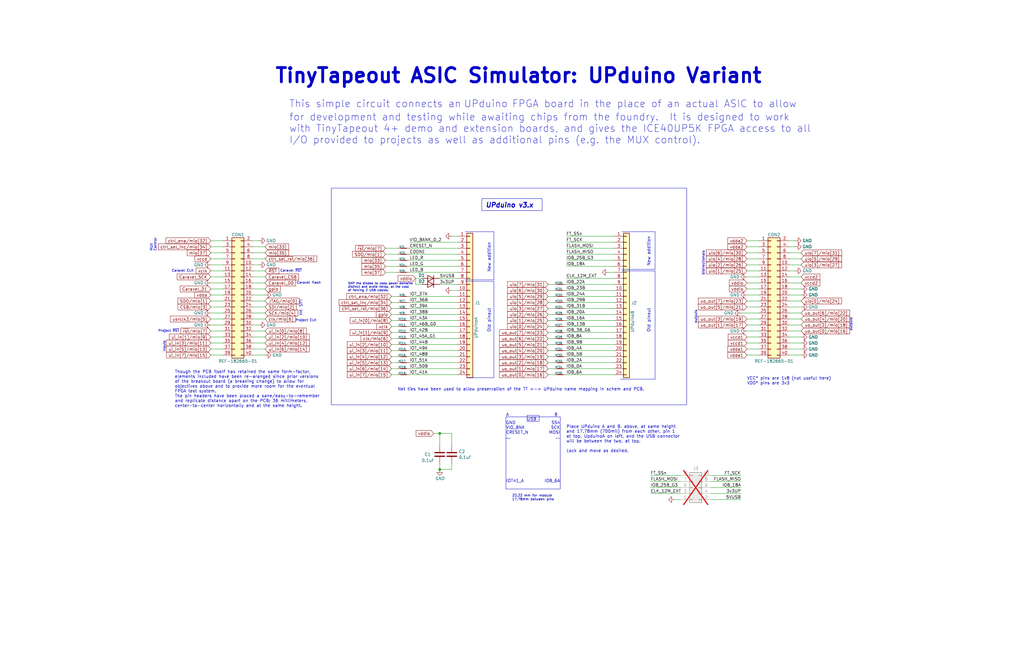
<source format=kicad_sch>
(kicad_sch (version 20230121) (generator eeschema)
  (paper "B")
  (title_block (title "TinyTapeout ASIC Simulator ") (date "2023-11-29") (rev "1.0") (company "Psychogenic Technologies") (comment 1 "(C) 2023 Pat Deegan"))
  (lib_symbols
    (symbol "Connector_Generic:Conn_02x05_Odd_Even" (pin_names (offset 1.016) hide)
      (property "Reference" "J" (at 1.27 7.62 0))
      (property "Value" "Conn_02x05_Odd_Even" (at 1.27 -7.62 0))
      (symbol "Conn_02x05_Odd_Even_1_1"
        (pin passive line (at -5.08 5.08 0) (length 3.81) (name "Pin_1") (number "1"))
        (pin passive line (at 7.62 -5.08 180) (length 3.81) (name "Pin_10") (number "10"))
        (pin passive line (at 7.62 5.08 180) (length 3.81) (name "Pin_2") (number "2"))
        (pin passive line (at -5.08 2.54 0) (length 3.81) (name "Pin_3") (number "3"))
        (pin passive line (at 7.62 2.54 180) (length 3.81) (name "Pin_4") (number "4"))
        (pin passive line (at -5.08 0 0) (length 3.81) (name "Pin_5") (number "5"))
        (pin passive line (at 7.62 0 180) (length 3.81) (name "Pin_6") (number "6"))
        (pin passive line (at -5.08 -2.54 0) (length 3.81) (name "Pin_7") (number "7"))
        (pin passive line (at 7.62 -2.54 180) (length 3.81) (name "Pin_8") (number "8"))
        (pin passive line (at -5.08 -5.08 0) (length 3.81) (name "Pin_9") (number "9"))
      )
    )
    (symbol "Connector_Generic:Conn_02x20_Odd_Even" (pin_names (offset 1.016) hide)
      (property "Reference" "J" (at 1.27 25.4 0))
      (property "Value" "Conn_02x20_Odd_Even" (at 1.27 -27.94 0))
      (symbol "Conn_02x20_Odd_Even_1_1"
        (pin passive line (at -5.08 22.86 0) (length 3.81) (name "Pin_1") (number "1"))
        (pin passive line (at 7.62 12.7 180) (length 3.81) (name "Pin_10") (number "10"))
        (pin passive line (at -5.08 10.16 0) (length 3.81) (name "Pin_11") (number "11"))
        (pin passive line (at 7.62 10.16 180) (length 3.81) (name "Pin_12") (number "12"))
        (pin passive line (at -5.08 7.62 0) (length 3.81) (name "Pin_13") (number "13"))
        (pin passive line (at 7.62 7.62 180) (length 3.81) (name "Pin_14") (number "14"))
        (pin passive line (at -5.08 5.08 0) (length 3.81) (name "Pin_15") (number "15"))
        (pin passive line (at 7.62 5.08 180) (length 3.81) (name "Pin_16") (number "16"))
        (pin passive line (at -5.08 2.54 0) (length 3.81) (name "Pin_17") (number "17"))
        (pin passive line (at 7.62 2.54 180) (length 3.81) (name "Pin_18") (number "18"))
        (pin passive line (at -5.08 0 0) (length 3.81) (name "Pin_19") (number "19"))
        (pin passive line (at 7.62 22.86 180) (length 3.81) (name "Pin_2") (number "2"))
        (pin passive line (at 7.62 0 180) (length 3.81) (name "Pin_20") (number "20"))
        (pin passive line (at -5.08 -2.54 0) (length 3.81) (name "Pin_21") (number "21"))
        (pin passive line (at 7.62 -2.54 180) (length 3.81) (name "Pin_22") (number "22"))
        (pin passive line (at -5.08 -5.08 0) (length 3.81) (name "Pin_23") (number "23"))
        (pin passive line (at 7.62 -5.08 180) (length 3.81) (name "Pin_24") (number "24"))
        (pin passive line (at -5.08 -7.62 0) (length 3.81) (name "Pin_25") (number "25"))
        (pin passive line (at 7.62 -7.62 180) (length 3.81) (name "Pin_26") (number "26"))
        (pin passive line (at -5.08 -10.16 0) (length 3.81) (name "Pin_27") (number "27"))
        (pin passive line (at 7.62 -10.16 180) (length 3.81) (name "Pin_28") (number "28"))
        (pin passive line (at -5.08 -12.7 0) (length 3.81) (name "Pin_29") (number "29"))
        (pin passive line (at -5.08 20.32 0) (length 3.81) (name "Pin_3") (number "3"))
        (pin passive line (at 7.62 -12.7 180) (length 3.81) (name "Pin_30") (number "30"))
        (pin passive line (at -5.08 -15.24 0) (length 3.81) (name "Pin_31") (number "31"))
        (pin passive line (at 7.62 -15.24 180) (length 3.81) (name "Pin_32") (number "32"))
        (pin passive line (at -5.08 -17.78 0) (length 3.81) (name "Pin_33") (number "33"))
        (pin passive line (at 7.62 -17.78 180) (length 3.81) (name "Pin_34") (number "34"))
        (pin passive line (at -5.08 -20.32 0) (length 3.81) (name "Pin_35") (number "35"))
        (pin passive line (at 7.62 -20.32 180) (length 3.81) (name "Pin_36") (number "36"))
        (pin passive line (at -5.08 -22.86 0) (length 3.81) (name "Pin_37") (number "37"))
        (pin passive line (at 7.62 -22.86 180) (length 3.81) (name "Pin_38") (number "38"))
        (pin passive line (at -5.08 -25.4 0) (length 3.81) (name "Pin_39") (number "39"))
        (pin passive line (at 7.62 20.32 180) (length 3.81) (name "Pin_4") (number "4"))
        (pin passive line (at 7.62 -25.4 180) (length 3.81) (name "Pin_40") (number "40"))
        (pin passive line (at -5.08 17.78 0) (length 3.81) (name "Pin_5") (number "5"))
        (pin passive line (at 7.62 17.78 180) (length 3.81) (name "Pin_6") (number "6"))
        (pin passive line (at -5.08 15.24 0) (length 3.81) (name "Pin_7") (number "7"))
        (pin passive line (at 7.62 15.24 180) (length 3.81) (name "Pin_8") (number "8"))
        (pin passive line (at -5.08 12.7 0) (length 3.81) (name "Pin_9") (number "9"))
      )
    )
    (symbol "Device:C" (pin_numbers hide) (pin_names (offset 0.254))
      (property "Reference" "C" (at 0.635 2.54 0))
      (property "Value" "C" (at 0.635 -2.54 0))
      (symbol "C_1_1"
        (pin passive line (at 0 3.81 270) (length 2.794) (name "~") (number "1"))
        (pin passive line (at 0 -3.81 90) (length 2.794) (name "~") (number "2"))
      )
    )
    (symbol "Device:D" (pin_numbers hide) (pin_names (offset 1.016) hide)
      (property "Reference" "D" (at 0 2.54 0))
      (property "Value" "D" (at 0 -2.54 0))
      (symbol "D_1_1"
        (pin passive line (at -3.81 0 0) (length 2.54) (name "K") (number "1"))
        (pin passive line (at 3.81 0 180) (length 2.54) (name "A") (number "2"))
      )
    )
    (symbol "Device:NetTie_2" (pin_numbers hide) (pin_names (offset 0) hide) (in_bom no)
      (property "Reference" "NT" (at 0 1.27 0))
      (property "Value" "NetTie_2" (at 0 -1.27 0))
      (symbol "NetTie_2_1_1"
        (pin passive line (at -2.54 0 0) (length 2.54) (name "1") (number "1"))
        (pin passive line (at 2.54 0 180) (length 2.54) (name "2") (number "2"))
      )
    )
    (symbol "UPduino_v3.0:Connector_Generic_Conn_01x24" (pin_names (offset 1.016) hide)
      (property "Reference" "J" (at 0 30.48 0))
      (property "Value" "Connector_Generic_Conn_01x24" (at 0 -33.02 0))
      (symbol "Connector_Generic_Conn_01x24_1_1"
        (pin passive line (at -5.08 27.94 0) (length 3.81) (name "Pin_1") (number "1"))
        (pin passive line (at -5.08 5.08 0) (length 3.81) (name "Pin_10") (number "10"))
        (pin passive line (at -5.08 2.54 0) (length 3.81) (name "Pin_11") (number "11"))
        (pin passive line (at -5.08 0 0) (length 3.81) (name "Pin_12") (number "12"))
        (pin passive line (at -5.08 -2.54 0) (length 3.81) (name "Pin_13") (number "13"))
        (pin passive line (at -5.08 -5.08 0) (length 3.81) (name "Pin_14") (number "14"))
        (pin passive line (at -5.08 -7.62 0) (length 3.81) (name "Pin_15") (number "15"))
        (pin passive line (at -5.08 -10.16 0) (length 3.81) (name "Pin_16") (number "16"))
        (pin passive line (at -5.08 -12.7 0) (length 3.81) (name "Pin_17") (number "17"))
        (pin passive line (at -5.08 -15.24 0) (length 3.81) (name "Pin_18") (number "18"))
        (pin passive line (at -5.08 -17.78 0) (length 3.81) (name "Pin_19") (number "19"))
        (pin passive line (at -5.08 25.4 0) (length 3.81) (name "Pin_2") (number "2"))
        (pin passive line (at -5.08 -20.32 0) (length 3.81) (name "Pin_20") (number "20"))
        (pin passive line (at -5.08 -22.86 0) (length 3.81) (name "Pin_21") (number "21"))
        (pin passive line (at -5.08 -25.4 0) (length 3.81) (name "Pin_22") (number "22"))
        (pin passive line (at -5.08 -27.94 0) (length 3.81) (name "Pin_23") (number "23"))
        (pin passive line (at -5.08 -30.48 0) (length 3.81) (name "Pin_24") (number "24"))
        (pin passive line (at -5.08 22.86 0) (length 3.81) (name "Pin_3") (number "3"))
        (pin passive line (at -5.08 20.32 0) (length 3.81) (name "Pin_4") (number "4"))
        (pin passive line (at -5.08 17.78 0) (length 3.81) (name "Pin_5") (number "5"))
        (pin passive line (at -5.08 15.24 0) (length 3.81) (name "Pin_6") (number "6"))
        (pin passive line (at -5.08 12.7 0) (length 3.81) (name "Pin_7") (number "7"))
        (pin passive line (at -5.08 10.16 0) (length 3.81) (name "Pin_8") (number "8"))
        (pin passive line (at -5.08 7.62 0) (length 3.81) (name "Pin_9") (number "9"))
      )
    )
    (symbol "UPduino_v3.0:power_GND" (power) (pin_names (offset 0))
      (property "Value" "power_GND" (at 0 -3.81 0))
      (symbol "power_GND_1_1"
        (pin power_in line (at 0 0 270) (length 0) hide (name "GND") (number "1"))
      )
    )
    (symbol "power:GND" (power) (pin_names (offset 0))
      (property "Value" "GND" (at 0 -3.81 0))
      (symbol "GND_1_1"
        (pin power_in line (at 0 0 270) (length 0) hide (name "GND") (number "1"))
      )
    )
  )
  (junction (at 185.42 198.12))
  (junction (at 185.42 182.88))
  (wire (pts (xy 193.04 158.115) (xy 172.72 158.115)))
  (wire (pts (xy 332.74 137.16) (xy 337.82 137.16)))
  (wire (pts (xy 238.76 117.475) (xy 259.08 117.475)))
  (wire (pts (xy 332.74 119.38) (xy 337.82 119.38)))
  (wire (pts (xy 231.14 120.015) (xy 233.68 120.015)))
  (wire (pts (xy 106.68 101.6) (xy 109.22 101.6)))
  (wire (pts (xy 259.08 132.715) (xy 238.76 132.715)))
  (wire (pts (xy 106.68 109.22) (xy 111.76 109.22)))
  (polyline (pts (xy 208.28 118.745) (xy 208.28 159.385)))
  (wire (pts (xy 88.9 134.62) (xy 93.98 134.62)))
  (wire (pts (xy 193.04 153.035) (xy 172.72 153.035)))
  (wire (pts (xy 185.42 120.015) (xy 193.04 120.015)))
  (wire (pts (xy 299.72 210.82) (xy 312.42 210.82)))
  (wire (pts (xy 193.04 112.395) (xy 172.72 112.395)))
  (polyline (pts (xy 208.28 118.745) (xy 196.215 118.745)))
  (wire (pts (xy 259.08 127.635) (xy 238.76 127.635)))
  (wire (pts (xy 314.96 134.62) (xy 320.04 134.62)))
  (wire (pts (xy 332.74 142.24) (xy 337.82 142.24)))
  (polyline (pts (xy 208.28 97.79) (xy 208.28 118.11)))
  (wire (pts (xy 88.9 111.76) (xy 93.98 111.76)))
  (wire (pts (xy 88.9 124.46) (xy 93.98 124.46)))
  (wire (pts (xy 162.56 112.395) (xy 167.64 112.395)))
  (wire (pts (xy 106.68 149.86) (xy 111.76 149.86)))
  (wire (pts (xy 109.22 137.16) (xy 106.68 137.16)))
  (wire (pts (xy 190.5 195.58) (xy 190.5 198.12)))
  (wire (pts (xy 165.1 125.095) (xy 167.64 125.095)))
  (wire (pts (xy 165.1 127.635) (xy 167.64 127.635)))
  (wire (pts (xy 165.1 142.875) (xy 167.64 142.875)))
  (wire (pts (xy 106.68 147.32) (xy 111.76 147.32)))
  (wire (pts (xy 190.5 99.695) (xy 193.04 99.695)))
  (wire (pts (xy 165.1 140.335) (xy 167.64 140.335)))
  (wire (pts (xy 106.68 129.54) (xy 111.76 129.54)))
  (wire (pts (xy 106.68 106.68) (xy 111.76 106.68)))
  (wire (pts (xy 231.14 147.955) (xy 233.68 147.955)))
  (wire (pts (xy 299.72 208.28) (xy 312.42 208.28)))
  (wire (pts (xy 88.9 121.92) (xy 93.98 121.92)))
  (wire (pts (xy 314.96 106.68) (xy 320.04 106.68)))
  (wire (pts (xy 231.14 145.415) (xy 233.68 145.415)))
  (wire (pts (xy 165.1 155.575) (xy 167.64 155.575)))
  (wire (pts (xy 106.68 139.7) (xy 111.76 139.7)))
  (wire (pts (xy 193.04 137.795) (xy 172.72 137.795)))
  (wire (pts (xy 332.74 127) (xy 337.82 127)))
  (wire (pts (xy 332.74 124.46) (xy 337.82 124.46)))
  (polyline (pts (xy 262.255 113.665) (xy 276.225 113.665)))
  (wire (pts (xy 193.04 140.335) (xy 172.72 140.335)))
  (wire (pts (xy 193.04 155.575) (xy 172.72 155.575)))
  (wire (pts (xy 88.9 119.38) (xy 93.98 119.38)))
  (polyline (pts (xy 208.28 97.79) (xy 196.215 97.79)))
  (wire (pts (xy 106.68 111.76) (xy 109.22 111.76)))
  (polyline (pts (xy 276.225 114.3) (xy 262.255 114.3)))
  (wire (pts (xy 165.1 153.035) (xy 167.64 153.035)))
  (wire (pts (xy 193.04 122.555) (xy 190.5 122.555)))
  (polyline (pts (xy 196.215 118.11) (xy 208.28 118.11)))
  (wire (pts (xy 314.96 147.32) (xy 320.04 147.32)))
  (wire (pts (xy 274.32 203.2) (xy 287.02 203.2)))
  (wire (pts (xy 193.04 142.875) (xy 172.72 142.875)))
  (wire (pts (xy 165.1 135.255) (xy 167.64 135.255)))
  (wire (pts (xy 193.04 114.935) (xy 172.72 114.935)))
  (wire (pts (xy 231.14 150.495) (xy 233.68 150.495)))
  (wire (pts (xy 314.96 137.16) (xy 320.04 137.16)))
  (wire (pts (xy 175.26 120.015) (xy 175.26 117.475)))
  (wire (pts (xy 259.08 135.255) (xy 238.76 135.255)))
  (wire (pts (xy 88.9 149.86) (xy 93.98 149.86)))
  (polyline (pts (xy 196.85 159.385) (xy 208.28 159.385)))
  (wire (pts (xy 274.32 205.74) (xy 287.02 205.74)))
  (wire (pts (xy 332.74 129.54) (xy 337.82 129.54)))
  (wire (pts (xy 190.5 182.88) (xy 190.5 187.96)))
  (wire (pts (xy 259.08 122.555) (xy 238.76 122.555)))
  (wire (pts (xy 106.68 144.78) (xy 111.76 144.78)))
  (wire (pts (xy 185.42 117.475) (xy 193.04 117.475)))
  (wire (pts (xy 88.9 101.6) (xy 93.98 101.6)))
  (wire (pts (xy 259.08 147.955) (xy 238.76 147.955)))
  (wire (pts (xy 259.08 137.795) (xy 238.76 137.795)))
  (wire (pts (xy 185.42 195.58) (xy 185.42 198.12)))
  (wire (pts (xy 106.68 132.08) (xy 111.76 132.08)))
  (wire (pts (xy 314.96 129.54) (xy 320.04 129.54)))
  (wire (pts (xy 231.14 122.555) (xy 233.68 122.555)))
  (wire (pts (xy 231.14 127.635) (xy 233.68 127.635)))
  (wire (pts (xy 312.42 132.08) (xy 320.04 132.08)))
  (wire (pts (xy 193.04 107.315) (xy 172.72 107.315)))
  (wire (pts (xy 88.9 104.14) (xy 93.98 104.14)))
  (wire (pts (xy 106.68 121.92) (xy 111.76 121.92)))
  (wire (pts (xy 314.96 104.14) (xy 320.04 104.14)))
  (wire (pts (xy 106.68 104.14) (xy 111.76 104.14)))
  (wire (pts (xy 314.96 139.7) (xy 320.04 139.7)))
  (wire (pts (xy 299.72 205.74) (xy 312.42 205.74)))
  (wire (pts (xy 193.04 127.635) (xy 172.72 127.635)))
  (wire (pts (xy 88.9 137.16) (xy 93.98 137.16)))
  (wire (pts (xy 314.96 119.38) (xy 320.04 119.38)))
  (wire (pts (xy 193.04 109.855) (xy 172.72 109.855)))
  (wire (pts (xy 231.14 132.715) (xy 233.68 132.715)))
  (wire (pts (xy 231.14 125.095) (xy 233.68 125.095)))
  (wire (pts (xy 172.72 104.775) (xy 193.04 104.775)))
  (wire (pts (xy 165.1 158.115) (xy 167.64 158.115)))
  (wire (pts (xy 193.04 145.415) (xy 172.72 145.415)))
  (wire (pts (xy 193.04 130.175) (xy 172.72 130.175)))
  (wire (pts (xy 231.14 140.335) (xy 233.68 140.335)))
  (wire (pts (xy 193.04 132.715) (xy 172.72 132.715)))
  (wire (pts (xy 193.04 150.495) (xy 172.72 150.495)))
  (wire (pts (xy 106.68 119.38) (xy 111.76 119.38)))
  (wire (pts (xy 259.08 99.695) (xy 238.76 99.695)))
  (wire (pts (xy 259.08 125.095) (xy 238.76 125.095)))
  (wire (pts (xy 231.14 135.255) (xy 233.68 135.255)))
  (wire (pts (xy 88.9 139.7) (xy 93.98 139.7)))
  (wire (pts (xy 172.72 102.235) (xy 193.04 102.235)))
  (wire (pts (xy 332.74 114.3) (xy 335.28 114.3)))
  (wire (pts (xy 259.08 114.935) (xy 256.54 114.935)))
  (wire (pts (xy 299.72 200.66) (xy 312.42 200.66)))
  (wire (pts (xy 259.08 109.855) (xy 238.76 109.855)))
  (wire (pts (xy 332.74 104.14) (xy 335.28 104.14)))
  (wire (pts (xy 332.74 149.86) (xy 337.82 149.86)))
  (wire (pts (xy 332.74 132.08) (xy 337.82 132.08)))
  (wire (pts (xy 111.76 134.62) (xy 106.68 134.62)))
  (wire (pts (xy 165.1 147.955) (xy 167.64 147.955)))
  (wire (pts (xy 88.9 106.68) (xy 93.98 106.68)))
  (wire (pts (xy 165.1 150.495) (xy 167.64 150.495)))
  (wire (pts (xy 185.42 182.88) (xy 185.42 187.96)))
  (wire (pts (xy 182.88 182.88) (xy 185.42 182.88)))
  (wire (pts (xy 259.08 120.015) (xy 238.76 120.015)))
  (wire (pts (xy 332.74 101.6) (xy 335.28 101.6)))
  (polyline (pts (xy 276.225 97.79) (xy 262.255 97.79)))
  (wire (pts (xy 162.56 114.935) (xy 167.64 114.935)))
  (wire (pts (xy 185.42 198.12) (xy 190.5 198.12)))
  (wire (pts (xy 259.08 112.395) (xy 238.76 112.395)))
  (wire (pts (xy 231.14 137.795) (xy 233.68 137.795)))
  (wire (pts (xy 259.08 140.335) (xy 238.76 140.335)))
  (wire (pts (xy 299.72 203.2) (xy 312.42 203.2)))
  (wire (pts (xy 314.96 116.84) (xy 320.04 116.84)))
  (wire (pts (xy 88.9 132.08) (xy 93.98 132.08)))
  (wire (pts (xy 165.1 130.175) (xy 167.64 130.175)))
  (wire (pts (xy 193.04 147.955) (xy 172.72 147.955)))
  (wire (pts (xy 162.56 107.315) (xy 167.64 107.315)))
  (polyline (pts (xy 276.225 160.02) (xy 276.225 114.3)))
  (wire (pts (xy 314.96 109.22) (xy 320.04 109.22)))
  (wire (pts (xy 332.74 139.7) (xy 337.82 139.7)))
  (wire (pts (xy 314.96 121.92) (xy 320.04 121.92)))
  (wire (pts (xy 231.14 142.875) (xy 233.68 142.875)))
  (wire (pts (xy 259.08 155.575) (xy 238.76 155.575)))
  (wire (pts (xy 88.9 114.3) (xy 93.98 114.3)))
  (wire (pts (xy 193.04 125.095) (xy 172.72 125.095)))
  (wire (pts (xy 231.14 155.575) (xy 233.68 155.575)))
  (wire (pts (xy 106.68 127) (xy 111.76 127)))
  (wire (pts (xy 162.56 109.855) (xy 167.64 109.855)))
  (wire (pts (xy 284.48 210.82) (xy 287.02 210.82)))
  (wire (pts (xy 231.14 153.035) (xy 233.68 153.035)))
  (polyline (pts (xy 261.62 160.02) (xy 276.225 160.02)))
  (wire (pts (xy 274.32 200.66) (xy 287.02 200.66)))
  (wire (pts (xy 175.26 117.475) (xy 177.8 117.475)))
  (wire (pts (xy 106.68 116.84) (xy 111.76 116.84)))
  (wire (pts (xy 332.74 106.68) (xy 337.82 106.68)))
  (wire (pts (xy 259.08 142.875) (xy 238.76 142.875)))
  (wire (pts (xy 88.9 127) (xy 93.98 127)))
  (wire (pts (xy 193.04 135.255) (xy 172.72 135.255)))
  (wire (pts (xy 88.9 129.54) (xy 93.98 129.54)))
  (wire (pts (xy 314.96 111.76) (xy 320.04 111.76)))
  (wire (pts (xy 88.9 147.32) (xy 93.98 147.32)))
  (wire (pts (xy 106.68 142.24) (xy 111.76 142.24)))
  (wire (pts (xy 259.08 107.315) (xy 238.76 107.315)))
  (wire (pts (xy 314.96 149.86) (xy 320.04 149.86)))
  (wire (pts (xy 332.74 147.32) (xy 337.82 147.32)))
  (wire (pts (xy 177.8 120.015) (xy 175.26 120.015)))
  (wire (pts (xy 231.14 158.115) (xy 233.68 158.115)))
  (wire (pts (xy 332.74 116.84) (xy 337.82 116.84)))
  (wire (pts (xy 332.74 121.92) (xy 337.82 121.92)))
  (wire (pts (xy 314.96 127) (xy 320.04 127)))
  (wire (pts (xy 106.68 114.3) (xy 111.76 114.3)))
  (wire (pts (xy 259.08 158.115) (xy 238.76 158.115)))
  (wire (pts (xy 88.9 142.24) (xy 93.98 142.24)))
  (wire (pts (xy 274.32 208.28) (xy 287.02 208.28)))
  (wire (pts (xy 165.1 132.715) (xy 167.64 132.715)))
  (wire (pts (xy 88.9 144.78) (xy 93.98 144.78)))
  (wire (pts (xy 332.74 144.78) (xy 337.82 144.78)))
  (wire (pts (xy 165.1 137.795) (xy 167.64 137.795)))
  (wire (pts (xy 332.74 111.76) (xy 337.82 111.76)))
  (wire (pts (xy 314.96 124.46) (xy 320.04 124.46)))
  (wire (pts (xy 88.9 116.84) (xy 93.98 116.84)))
  (wire (pts (xy 231.14 130.175) (xy 233.68 130.175)))
  (polyline (pts (xy 276.225 113.665) (xy 276.225 97.79)))
  (wire (pts (xy 88.9 109.22) (xy 93.98 109.22)))
  (wire (pts (xy 332.74 109.22) (xy 337.82 109.22)))
  (wire (pts (xy 259.08 150.495) (xy 238.76 150.495)))
  (wire (pts (xy 314.96 144.78) (xy 320.04 144.78)))
  (wire (pts (xy 106.68 124.46) (xy 111.76 124.46)))
  (wire (pts (xy 165.1 145.415) (xy 167.64 145.415)))
  (wire (pts (xy 259.08 104.775) (xy 238.76 104.775)))
  (wire (pts (xy 185.42 182.88) (xy 190.5 182.88)))
  (wire (pts (xy 162.56 104.775) (xy 167.64 104.775)))
  (wire (pts (xy 314.96 101.6) (xy 320.04 101.6)))
  (wire (pts (xy 259.08 102.235) (xy 238.76 102.235)))
  (wire (pts (xy 259.08 130.175) (xy 238.76 130.175)))
  (wire (pts (xy 259.08 145.415) (xy 238.76 145.415)))
  (wire (pts (xy 259.08 153.035) (xy 238.76 153.035)))
  (wire (pts (xy 314.96 142.24) (xy 320.04 142.24)))
  (wire (pts (xy 332.74 134.62) (xy 337.82 134.62)))
  (wire (pts (xy 314.96 114.3) (xy 320.04 114.3)))
  (rectangle (start 222.25 175.26) (end 227.33 177.8))
  (rectangle (start 139.7 79.375) (end 289.56 170.815))
  (rectangle (start 213.36 175.895) (end 236.22 206.375))
  (text_box "UPduino v3.x" (at 203.2 83.82 0) (size 25.4 5.08) (effects (font (size 2 2) (thickness 0.4) bold italic) (justify left top)))
  (text "Caravel flash" (at 125.095 120.015 0) (effects (font (size 1 1)) (justify left bottom)))
  (text "New addition" (at 207.01 114.935 90) (effects (font (size 1.27 1.27)) (justify left bottom)))
  (text "Project CLK" (at 124.46 135.89 0) (effects (font (size 1 1)) (justify left bottom)))
  (text "Net ties have been used to allow preservation of the TT <-> UPduino name mapping in schem and PCB." (at 167.64 165.1 0) (effects (font (size 1.27 1.27)) (justify left bottom)))
  (text "This simple circuit connects an " (at 121.92 45.72 0) (effects (font (size 3 3)) (justify left bottom)))
  (text "USB" (at 222.25 177.8 0) (effects (font (size 1.27 1.27)) (justify left bottom)))
  (text "Though the PCB itself has retained the same form-factor, \nelements included have been re-aranged since prior versions \nof the breakout board (a breaking change) to allow for \nobjectives above and to provide more room for the eventual \nFPGA test system.  \nThe pin headers have been placed a sane/easy-to-remember \nand replicate distance apart on the PCB: 36 millimeters, \ncenter-to-center horizontally and at the same height." (at 73.66 172.085 0) (effects (font (size 1.27 1.27)) (justify left bottom)))
  (text "Old pinout" (at 274.32 140.335 90) (effects (font (size 1.27 1.27)) (justify left bottom)))
  (text "B" (at 233.68 175.895 0) (effects (font (size 1.27 1.27)) (justify left bottom)))
  (text "HK SPI" (at 127.635 133.35 90) (effects (font (size 1.27 1.27)) (justify left bottom)))
  (text "for development and testing while awaiting chips from the foundry.  It is designed to work\nwith TinyTapeout 4+ demo and extension boards, and gives the ICE40UP5K FPGA access to all\nI/O provided to projects as well as additional pins (e.g. the MUX control)." (at 121.92 60.96 0) (effects (font (size 3 3)) (justify left bottom)))
  (text "SSn\nSCK\nMOSI\n...\n\n\n\n\n\n\n\n\nIOB_6A" (at 236.22 203.835 0) (effects (font (size 1.27 1.27)) (justify right bottom)))
  (text "UPduino" (at 195.58 45.72 0) (effects (font (size 3 3)) (justify left bottom)))
  (text "Old pinout" (at 207.01 140.335 90) (effects (font (size 1.27 1.27)) (justify left bottom)))
  (text "DNP the diodes to keep power domains \ndistinct and avoid Vdrop, at the cost\nof forcing 2 USB cables." (at 146.685 123.19 0) (effects (font (size 0.9 0.9)) (justify left bottom)))
  (text "outputs" (at 294.005 130.81 90) (effects (font (size 1 1)) (justify right bottom)))
  (text "FPGA board in the place of an actual ASIC to allow" (at 215.9 45.72 0) (effects (font (size 3 3)) (justify left bottom)))
  (text "Caravel ~{RST}" (at 118.11 114.935 0) (effects (font (size 1 1)) (justify left bottom)))
  (text "Inputs" (at 69.85 148.59 90) (effects (font (size 1 1)) (justify left bottom)))
  (text "22.22 mm for module\n17.78mm between pins" (at 215.9 211.455 0) (effects (font (size 1 1)) (justify left bottom)))
  (text "A" (at 213.36 175.895 0) (effects (font (size 1.27 1.27)) (justify left bottom)))
  (text "bidirectionals" (at 297.18 116.205 90) (effects (font (size 1 1)) (justify left bottom)))
  (text "Place UPduino A and B, above, at same height \nand 17.78mm (700mil) from each other, pin 1 \nat top, UpduinoA on left, and the USB connector \nwill be between the two, at top.  \n\nLock and move as desired." (at 238.76 191.135 0) (effects (font (size 1.27 1.27)) (justify left bottom)))
  (text "New addition" (at 274.32 112.395 90) (effects (font (size 1.27 1.27)) (justify left bottom)))
  (text "GND\nVIO_BNK\nCRESET_N\n...\n\n\n\n\n\n\n\n\nIOT41_A" (at 213.36 203.835 0) (effects (font (size 1.27 1.27)) (justify left bottom)))
  (text "TinyTapeout ASIC Simulator: UPduino Variant" (at 115.57 35.56 0) (effects (font (size 6 6) (thickness 1.2) bold) (justify left bottom)))
  (text "Project ~{RST}" (at 66.675 140.335 0) (effects (font (size 1 1)) (justify left bottom)))
  (text "MUX\nControl" (at 66.04 106.045 90) (effects (font (size 1 1)) (justify left bottom)))
  (text "Caravel CLK" (at 72.39 114.935 0) (effects (font (size 1 1)) (justify left bottom)))
  (text "VCC* pins are 1v8 (not useful here)\nVDD* pins are 3v3" (at 314.96 162.56 0) (effects (font (size 1.27 1.27)) (justify left bottom)))
  (text "outputs" (at 359.41 133.985 90) (effects (font (size 1 1)) (justify right bottom)))
  (label "IOT_39A" (at 172.72 130.175 0))
  (label "IOT_44B" (at 172.72 145.415 0))
  (label "IOT_43A" (at 172.72 135.255 0))
  (label "IOT_49A" (at 172.72 147.955 0))
  (label "CLK_12M_EXT" (at 274.32 208.28 0))
  (label "IOB_2A" (at 238.76 153.035 0))
  (label "LED_R" (at 172.72 109.855 0))
  (label "IOB_3B_G6" (at 238.76 140.335 0))
  (label "IOT_48B" (at 172.72 150.495 0))
  (label "IOT_46B_G0" (at 172.72 137.795 0))
  (label "FT_SSn" (at 274.32 200.66 0))
  (label "LED_B" (at 172.72 114.935 0))
  (label "3v3UP" (at 312.42 208.28 180))
  (label "IOB_6A" (at 238.76 158.115 0))
  (label "FLASH_MOSI" (at 274.32 203.2 0))
  (label "IOB_0A" (at 238.76 155.575 0))
  (label "VIO_BANK_0_2" (at 172.72 102.235 0))
  (label "IOB_8A" (at 238.76 142.875 0))
  (label "IOB_18A" (at 238.76 112.395 0))
  (label "IOB_13B" (at 238.76 137.795 0))
  (label "3v3UP" (at 185.42 120.015 0))
  (label "IOT_38B" (at 172.72 132.715 0))
  (label "IOB_24A" (at 238.76 125.095 0))
  (label "IOT_37A" (at 172.72 125.095 0))
  (label "FLASH_MOSI" (at 238.76 104.775 0))
  (label "IOT_50B" (at 172.72 155.575 0))
  (label "FLASH_MISO" (at 312.42 203.2 180))
  (label "FLASH_MISO" (at 238.76 107.315 0))
  (label "IOB_16A" (at 238.76 135.255 0))
  (label "IOB_9B" (at 238.76 145.415 0))
  (label "FT_SSn" (at 238.76 99.695 0))
  (label "IOB_5B" (at 238.76 150.495 0))
  (label "5VUSB" (at 312.42 210.82 180))
  (label "IOT_41A" (at 172.72 158.115 0))
  (label "IOB_22A" (at 238.76 120.015 0))
  (label "FT_SCK" (at 238.76 102.235 0))
  (label "IOT_51A" (at 172.72 153.035 0))
  (label "5VUSB" (at 185.42 117.475 0))
  (label "FT_SCK" (at 312.42 200.66 180))
  (label "IOB_25B_G3" (at 274.32 205.74 0))
  (label "IOB_20A" (at 238.76 132.715 0))
  (label "CDONE" (at 172.72 107.315 0))
  (label "IOT_42B" (at 172.72 140.335 0))
  (label "LED_G" (at 172.72 112.395 0))
  (label "IOB_31B" (at 238.76 130.175 0))
  (label "CLK_12M_EXT" (at 238.76 117.475 0))
  (label "CRESET_N" (at 172.72 104.775 0))
  (label "IOB_29B" (at 238.76 127.635 0))
  (label "IOB_25B_G3" (at 238.76 109.855 0))
  (label "IOB_4A" (at 238.76 147.955 0))
  (label "IOB_18A" (at 312.42 205.74 180))
  (label "IOB_23B" (at 238.76 122.555 0))
  (label "IOT_45A_G1" (at 172.72 142.875 0))
  (label "IOT_36B" (at 172.72 127.635 0))
  (global_label "uio[3]{slash}mio[27]" (shape input) (at 231.14 130.175 180) (property "Intersheetrefs" "${INTERSHEET_REFS}" (effects hide)))
  (global_label "JTAG{slash}mio[0]" (shape input) (at 111.76 127 0) (property "Intersheetrefs" "${INTERSHEET_REFS}" (effects hide)))
  (global_label "~{ctrl_sel_rst}{slash}mio[36]" (shape input) (at 111.76 109.22 0) (property "Intersheetrefs" "${INTERSHEET_REFS}" (effects hide)))
  (global_label "ctrl_sel_inc{slash}mio[34]" (shape input) (at 88.9 104.14 180) (property "Intersheetrefs" "${INTERSHEET_REFS}" (effects hide)))
  (global_label "uo_out[3]{slash}mio[19]" (shape input) (at 231.14 150.495 180) (property "Intersheetrefs" "${INTERSHEET_REFS}" (effects hide)))
  (global_label "ctrl_ena{slash}mio[32]" (shape input) (at 88.9 101.6 180) (property "Intersheetrefs" "${INTERSHEET_REFS}" (effects hide)))
  (global_label "xclk" (shape input) (at 88.9 114.3 180) (property "Intersheetrefs" "${INTERSHEET_REFS}" (effects hide)))
  (global_label "uio[5]{slash}mio[29]" (shape input) (at 337.82 109.22 0) (property "Intersheetrefs" "${INTERSHEET_REFS}" (effects hide)))
  (global_label "vddio" (shape input) (at 314.96 119.38 180) (property "Intersheetrefs" "${INTERSHEET_REFS}" (effects hide)))
  (global_label "uo_out[4]{slash}mio[20]" (shape input) (at 231.14 147.955 180) (property "Intersheetrefs" "${INTERSHEET_REFS}" (effects hide)))
  (global_label "uo_out[7]{slash}mio[23]" (shape input) (at 314.96 127 180) (property "Intersheetrefs" "${INTERSHEET_REFS}" (effects hide)))
  (global_label "uio[0]{slash}mio[24]" (shape input) (at 337.82 127 0) (property "Intersheetrefs" "${INTERSHEET_REFS}" (effects hide)))
  (global_label "ui_in[3]{slash}mio[11]" (shape input) (at 88.9 144.78 180) (property "Intersheetrefs" "${INTERSHEET_REFS}" (effects hide)))
  (global_label "CSB{slash}mio[3]" (shape input) (at 88.9 129.54 180) (property "Intersheetrefs" "${INTERSHEET_REFS}" (effects hide)))
  (global_label "uo_out[5]{slash}mio[21]" (shape input) (at 314.96 129.54 180) (property "Intersheetrefs" "${INTERSHEET_REFS}" (effects hide)))
  (global_label "ui_in[2]{slash}mio[10]" (shape input) (at 165.1 145.415 180) (property "Intersheetrefs" "${INTERSHEET_REFS}" (effects hide)))
  (global_label "vdda2" (shape input) (at 314.96 101.6 180) (property "Intersheetrefs" "${INTERSHEET_REFS}" (effects hide)))
  (global_label "Caravel_D0" (shape input) (at 111.76 119.38 0) (property "Intersheetrefs" "${INTERSHEET_REFS}" (effects hide)))
  (global_label "vccd1" (shape input) (at 314.96 144.78 180) (property "Intersheetrefs" "${INTERSHEET_REFS}" (effects hide)))
  (global_label "uo_out[7]{slash}mio[23]" (shape input) (at 231.14 140.335 180) (property "Intersheetrefs" "${INTERSHEET_REFS}" (effects hide)))
  (global_label "uio[7]{slash}mio[31]" (shape input) (at 337.82 106.68 0) (property "Intersheetrefs" "${INTERSHEET_REFS}" (effects hide)))
  (global_label "~{rst}{slash}mio[7]" (shape input) (at 162.56 104.775 180) (property "Intersheetrefs" "${INTERSHEET_REFS}" (effects hide)))
  (global_label "uo_out[0]{slash}mio[16]" (shape input) (at 337.82 139.7 0) (property "Intersheetrefs" "${INTERSHEET_REFS}" (effects hide)))
  (global_label "ui_in[0]{slash}mio[8]" (shape input) (at 165.1 135.255 180) (property "Intersheetrefs" "${INTERSHEET_REFS}" (effects hide)))
  (global_label "uio[4]{slash}mio[28]" (shape input) (at 231.14 127.635 180) (property "Intersheetrefs" "${INTERSHEET_REFS}" (effects hide)))
  (global_label "Caravel_D1" (shape input) (at 88.9 121.92 180) (property "Intersheetrefs" "${INTERSHEET_REFS}" (effects hide)))
  (global_label "ui_in[1]{slash}mio[9]" (shape input) (at 165.1 140.335 180) (property "Intersheetrefs" "${INTERSHEET_REFS}" (effects hide)))
  (global_label "usrclk2{slash}mio[5]" (shape input) (at 88.9 134.62 180) (property "Intersheetrefs" "${INTERSHEET_REFS}" (effects hide)))
  (global_label "SDO{slash}mio[1]" (shape input) (at 88.9 127 180) (property "Intersheetrefs" "${INTERSHEET_REFS}" (effects hide)))
  (global_label "mio[37]" (shape input) (at 88.9 106.68 180) (property "Intersheetrefs" "${INTERSHEET_REFS}" (effects hide)))
  (global_label "ui_in[4]{slash}mio[12]" (shape input) (at 111.76 144.78 0) (property "Intersheetrefs" "${INTERSHEET_REFS}" (effects hide)))
  (global_label "ui_in[4]{slash}mio[12]" (shape input) (at 165.1 150.495 180) (property "Intersheetrefs" "${INTERSHEET_REFS}" (effects hide)))
  (global_label "SCK{slash}mio[4]" (shape input) (at 111.76 132.08 0) (property "Intersheetrefs" "${INTERSHEET_REFS}" (effects hide)))
  (global_label "uo_out[6]{slash}mio[22]" (shape input) (at 337.82 132.08 0) (property "Intersheetrefs" "${INTERSHEET_REFS}" (effects hide)))
  (global_label "vdda" (shape input) (at 88.9 124.46 180) (property "Intersheetrefs" "${INTERSHEET_REFS}" (effects hide)))
  (global_label "~{ctrl_sel_rst}{slash}mio[36]" (shape input) (at 165.1 130.175 180) (property "Intersheetrefs" "${INTERSHEET_REFS}" (effects hide)))
  (global_label "xclk" (shape input) (at 165.1 137.795 180) (property "Intersheetrefs" "${INTERSHEET_REFS}" (effects hide)))
  (global_label "ctrl_sel_inc{slash}mio[34]" (shape input) (at 165.1 127.635 180) (property "Intersheetrefs" "${INTERSHEET_REFS}" (effects hide)))
  (global_label "vccd2" (shape input) (at 337.82 116.84 0) (property "Intersheetrefs" "${INTERSHEET_REFS}" (effects hide)))
  (global_label "uo_out[1]{slash}mio[17]" (shape input) (at 314.96 137.16 180) (property "Intersheetrefs" "${INTERSHEET_REFS}" (effects hide)))
  (global_label "Caravel_SCK" (shape input) (at 88.9 116.84 180) (property "Intersheetrefs" "${INTERSHEET_REFS}" (effects hide)))
  (global_label "uio[0]{slash}mio[24]" (shape input) (at 231.14 137.795 180) (property "Intersheetrefs" "${INTERSHEET_REFS}" (effects hide)))
  (global_label "gpio" (shape input) (at 111.76 121.92 0) (property "Intersheetrefs" "${INTERSHEET_REFS}" (effects hide)))
  (global_label "uo_out[2]{slash}mio[18]" (shape input) (at 337.82 137.16 0) (property "Intersheetrefs" "${INTERSHEET_REFS}" (effects hide)))
  (global_label "mio[33]" (shape input) (at 111.76 104.14 0) (property "Intersheetrefs" "${INTERSHEET_REFS}" (effects hide)))
  (global_label "uio[2]{slash}mio[26]" (shape input) (at 314.96 111.76 180) (property "Intersheetrefs" "${INTERSHEET_REFS}" (effects hide)))
  (global_label "mio[35]" (shape input) (at 162.56 112.395 180) (property "Intersheetrefs" "${INTERSHEET_REFS}" (effects hide)))
  (global_label "ui_in[6]{slash}mio[14]" (shape input) (at 165.1 155.575 180) (property "Intersheetrefs" "${INTERSHEET_REFS}" (effects hide)))
  (global_label "uo_out[2]{slash}mio[18]" (shape input) (at 231.14 153.035 180) (property "Intersheetrefs" "${INTERSHEET_REFS}" (effects hide)))
  (global_label "mio[35]" (shape input) (at 111.76 106.68 0) (property "Intersheetrefs" "${INTERSHEET_REFS}" (effects hide)))
  (global_label "uo_out[4]{slash}mio[20]" (shape input) (at 337.82 134.62 0) (property "Intersheetrefs" "${INTERSHEET_REFS}" (effects hide)))
  (global_label "ui_in[5]{slash}mio[13]" (shape input) (at 88.9 147.32 180) (property "Intersheetrefs" "${INTERSHEET_REFS}" (effects hide)))
  (global_label "ctrl_ena{slash}mio[32]" (shape input) (at 165.1 125.095 180) (property "Intersheetrefs" "${INTERSHEET_REFS}" (effects hide)))
  (global_label "~{RST}" (shape input) (at 111.76 114.3 0) (property "Intersheetrefs" "${INTERSHEET_REFS}" (effects hide)))
  (global_label "uo_out[0]{slash}mio[16]" (shape input) (at 231.14 158.115 180) (property "Intersheetrefs" "${INTERSHEET_REFS}" (effects hide)))
  (global_label "ui_in[3]{slash}mio[11]" (shape input) (at 165.1 147.955 180) (property "Intersheetrefs" "${INTERSHEET_REFS}" (effects hide)))
  (global_label "ui_in[6]{slash}mio[14]" (shape input) (at 111.76 147.32 0) (property "Intersheetrefs" "${INTERSHEET_REFS}" (effects hide)))
  (global_label "vddio" (shape input) (at 182.88 182.88 180) (property "Intersheetrefs" "${INTERSHEET_REFS}" (effects hide)))
  (global_label "uo_out[6]{slash}mio[22]" (shape input) (at 231.14 142.875 180) (property "Intersheetrefs" "${INTERSHEET_REFS}" (effects hide)))
  (global_label "vdda1" (shape input) (at 314.96 147.32 180) (property "Intersheetrefs" "${INTERSHEET_REFS}" (effects hide)))
  (global_label "uio[1]{slash}mio[25]" (shape input) (at 231.14 135.255 180) (property "Intersheetrefs" "${INTERSHEET_REFS}" (effects hide)))
  (global_label "uo_out[1]{slash}mio[17]" (shape input) (at 231.14 155.575 180) (property "Intersheetrefs" "${INTERSHEET_REFS}" (effects hide)))
  (global_label "uio[5]{slash}mio[29]" (shape input) (at 231.14 125.095 180) (property "Intersheetrefs" "${INTERSHEET_REFS}" (effects hide)))
  (global_label "uio[1]{slash}mio[25]" (shape input) (at 314.96 114.3 180) (property "Intersheetrefs" "${INTERSHEET_REFS}" (effects hide)))
  (global_label "ui_in[1]{slash}mio[9]" (shape input) (at 88.9 142.24 180) (property "Intersheetrefs" "${INTERSHEET_REFS}" (effects hide)))
  (global_label "uio[2]{slash}mio[26]" (shape input) (at 231.14 132.715 180) (property "Intersheetrefs" "${INTERSHEET_REFS}" (effects hide)))
  (global_label "uio[6]{slash}mio[30]" (shape input) (at 231.14 122.555 180) (property "Intersheetrefs" "${INTERSHEET_REFS}" (effects hide)))
  (global_label "mio[33]" (shape input) (at 162.56 109.855 180) (property "Intersheetrefs" "${INTERSHEET_REFS}" (effects hide)))
  (global_label "uio[6]{slash}mio[30]" (shape input) (at 314.96 106.68 180) (property "Intersheetrefs" "${INTERSHEET_REFS}" (effects hide)))
  (global_label "~{rst}{slash}mio[7]" (shape input) (at 88.9 139.7 180) (property "Intersheetrefs" "${INTERSHEET_REFS}" (effects hide)))
  (global_label "SDI{slash}mio[2]" (shape input) (at 111.76 129.54 0) (property "Intersheetrefs" "${INTERSHEET_REFS}" (effects hide)))
  (global_label "ui_in[7]{slash}mio[15]" (shape input) (at 88.9 149.86 180) (property "Intersheetrefs" "${INTERSHEET_REFS}" (effects hide)))
  (global_label "uio[7]{slash}mio[31]" (shape input) (at 231.14 120.015 180) (property "Intersheetrefs" "${INTERSHEET_REFS}" (effects hide)))
  (global_label "uio[3]{slash}mio[27]" (shape input) (at 337.82 111.76 0) (property "Intersheetrefs" "${INTERSHEET_REFS}" (effects hide)))
  (global_label "vccd" (shape input) (at 88.9 109.22 180) (property "Intersheetrefs" "${INTERSHEET_REFS}" (effects hide)))
  (global_label "uio[4]{slash}mio[28]" (shape input) (at 314.96 109.22 180) (property "Intersheetrefs" "${INTERSHEET_REFS}" (effects hide)))
  (global_label "SDO{slash}mio[1]" (shape input) (at 162.56 107.315 180) (property "Intersheetrefs" "${INTERSHEET_REFS}" (effects hide)))
  (global_label "gpio" (shape input) (at 165.1 132.715 180) (property "Intersheetrefs" "${INTERSHEET_REFS}" (effects hide)))
  (global_label "uo_out[5]{slash}mio[21]" (shape input) (at 231.14 145.415 180) (property "Intersheetrefs" "${INTERSHEET_REFS}" (effects hide)))
  (global_label "uo_out[3]{slash}mio[19]" (shape input) (at 314.96 134.62 180) (property "Intersheetrefs" "${INTERSHEET_REFS}" (effects hide)))
  (global_label "mio[37]" (shape input) (at 162.56 114.935 180) (property "Intersheetrefs" "${INTERSHEET_REFS}" (effects hide)))
  (global_label "vccd2" (shape input) (at 337.82 119.38 0) (property "Intersheetrefs" "${INTERSHEET_REFS}" (effects hide)))
  (global_label "vdda1" (shape input) (at 314.96 149.86 180) (property "Intersheetrefs" "${INTERSHEET_REFS}" (effects hide)))
  (global_label "clk{slash}mio[6]" (shape input) (at 165.1 142.875 180) (property "Intersheetrefs" "${INTERSHEET_REFS}" (effects hide)))
  (global_label "Caravel_CSB" (shape input) (at 111.76 116.84 0) (property "Intersheetrefs" "${INTERSHEET_REFS}" (effects hide)))
  (global_label "clk{slash}mio[6]" (shape input) (at 111.76 134.62 0) (property "Intersheetrefs" "${INTERSHEET_REFS}" (effects hide)))
  (global_label "vddio" (shape input) (at 314.96 121.92 180) (property "Intersheetrefs" "${INTERSHEET_REFS}" (effects hide)))
  (global_label "vccd1" (shape input) (at 314.96 142.24 180) (property "Intersheetrefs" "${INTERSHEET_REFS}" (effects hide)))
  (global_label "ui_in[2]{slash}mio[10]" (shape input) (at 111.76 142.24 0) (property "Intersheetrefs" "${INTERSHEET_REFS}" (effects hide)))
  (global_label "ui_in[5]{slash}mio[13]" (shape input) (at 165.1 153.035 180) (property "Intersheetrefs" "${INTERSHEET_REFS}" (effects hide)))
  (global_label "vdda2" (shape input) (at 314.96 104.14 180) (property "Intersheetrefs" "${INTERSHEET_REFS}" (effects hide)))
  (global_label "ui_in[0]{slash}mio[8]" (shape input) (at 111.76 139.7 0) (property "Intersheetrefs" "${INTERSHEET_REFS}" (effects hide)))
  (global_label "ui_in[7]{slash}mio[15]" (shape input) (at 165.1 158.115 180) (property "Intersheetrefs" "${INTERSHEET_REFS}" (effects hide)))
  (global_label "vddio" (shape input) (at 175.26 117.475 180) (property "Intersheetrefs" "${INTERSHEET_REFS}" (effects hide)))
  (symbol (lib_id "Device:C") (at 190.5 191.77 180) (unit 1)
    (property "Reference" "C2" (at 193.421 190.5579 0) (effects (justify right)))
    (property "Value" "0.1uf" (at 193.421 192.9821 0) (effects (justify right)))
    (property "Footprint" "Capacitor_SMD:C_0402_1005Metric" (effects hide))
  )
  (symbol (lib_id "Device:NetTie_2") (at 170.18 132.715 0) (unit 1) (in_bom no)
    (property "Reference" "NT9" (at 169.545 132.08 0) (effects (font (size 0.8 0.8))))
    (property "Value" "NetTie_2" (effects hide))
    (property "Footprint" "NetTie:NetTie-2_SMD_Pad0.5mm" (effects hide))
  )
  (symbol (lib_id "power:GND") (at 337.82 121.92 90) (unit 1)
    (property "Reference" "#PWR023" (effects hide))
    (property "Value" "GND" (at 342.9 121.92 90))
  )
  (symbol (lib_id "Device:NetTie_2") (at 236.22 142.875 0) (unit 1) (in_bom no)
    (property "Reference" "NT29" (at 235.585 142.24 0) (effects (font (size 0.8 0.8))))
    (property "Value" "NetTie_2" (effects hide))
    (property "Footprint" "NetTie:NetTie-2_SMD_Pad0.5mm" (effects hide))
  )
  (symbol (lib_id "UPduino_v3.0:power_GND") (at 190.5 122.555 270) (unit 1)
    (property "Reference" "#PWR011" (effects hide))
    (property "Value" "GND" (effects hide))
  )
  (symbol (lib_id "Device:NetTie_2") (at 170.18 104.775 0) (unit 1) (in_bom no)
    (property "Reference" "NT1" (at 169.545 104.14 0) (effects (font (size 0.8 0.8))))
    (property "Value" "NetTie_2" (effects hide))
    (property "Footprint" "NetTie:NetTie-2_SMD_Pad0.5mm" (effects hide))
  )
  (symbol (lib_id "Device:NetTie_2") (at 170.18 140.335 0) (unit 1) (in_bom no)
    (property "Reference" "NT12" (at 169.545 139.7 0) (effects (font (size 0.8 0.8))))
    (property "Value" "NetTie_2" (effects hide))
    (property "Footprint" "NetTie:NetTie-2_SMD_Pad0.5mm" (effects hide))
  )
  (symbol (lib_id "power:GND") (at 337.82 142.24 90) (unit 1)
    (property "Reference" "#PWR026" (effects hide))
    (property "Value" "GND" (at 342.9 142.24 90))
  )
  (symbol (lib_id "Device:NetTie_2") (at 170.18 125.095 0) (unit 1) (in_bom no)
    (property "Reference" "NT6" (at 169.545 124.46 0) (effects (font (size 0.8 0.8))))
    (property "Value" "NetTie_2" (effects hide))
    (property "Footprint" "NetTie:NetTie-2_SMD_Pad0.5mm" (effects hide))
  )
  (symbol (lib_id "Device:C") (at 185.42 191.77 180) (unit 1)
    (property "Reference" "C1" (at 180.34 191.77 0))
    (property "Value" "0.1uf" (at 180.34 194.31 0))
    (property "Footprint" "Capacitor_SMD:C_0402_1005Metric" (effects hide))
  )
  (symbol (lib_id "power:GND") (at 88.9 137.16 270) (unit 1)
    (property "Reference" "#PWR04" (effects hide))
    (property "Value" "GND" (at 83.82 137.16 90))
  )
  (symbol (lib_id "power:GND") (at 109.22 137.16 90) (unit 1)
    (property "Reference" "#PWR07" (effects hide))
    (property "Value" "GND" (at 114.3 137.16 90))
  )
  (symbol (lib_id "Device:D") (at 181.61 117.475 180) (unit 1)
    (property "Reference" "D1" (at 177.8 116.205 0))
    (property "Value" "B0520LW-7-F" (effects hide))
    (property "Footprint" "Diode_SMD:D_SOD-123" (effects hide))
    (property "Sim.Device" "D" (effects hide))
    (property "Sim.Pins" "1=K 2=A" (effects hide))
    (property "MPN" "B0520LW-7-F" (effects hide))
  )
  (symbol (lib_id "Device:NetTie_2") (at 236.22 158.115 0) (unit 1) (in_bom no)
    (property "Reference" "NT35" (at 235.585 157.48 0) (effects (font (size 0.8 0.8))))
    (property "Value" "NetTie_2" (effects hide))
    (property "Footprint" "NetTie:NetTie-2_SMD_Pad0.5mm" (effects hide))
  )
  (symbol (lib_id "UPduino_v3.0:Connector_Generic_Conn_01x24") (at 264.16 127.635 0) (unit 1)
    (property "Reference" "J2" (at 266.1666 127.8382 0) (effects (justify left)))
    (property "Value" "UPduinoB" (at 266.7 140.335 90) (effects (justify left)))
    (property "Footprint" "Connector_PinHeader_2.54mm:PinHeader_1x24_P2.54mm_Vertical" (effects hide))
  )
  (symbol (lib_id "Connector_Generic:Conn_02x20_Odd_Even") (at 99.06 124.46 0) (unit 1)
    (property "Reference" "CON1" (at 100.33 99.06 0))
    (property "Value" "REF-182665-01" (at 100.33 152.4 0))
    (property "Footprint" "BreakoutCommon:FH-00339" (effects hide))
  )
  (symbol (lib_id "Device:NetTie_2") (at 236.22 155.575 0) (unit 1) (in_bom no)
    (property "Reference" "NT34" (at 235.585 154.94 0) (effects (font (size 0.8 0.8))))
    (property "Value" "NetTie_2" (effects hide))
    (property "Footprint" "NetTie:NetTie-2_SMD_Pad0.5mm" (effects hide))
  )
  (symbol (lib_id "Device:NetTie_2") (at 236.22 130.175 0) (unit 1) (in_bom no)
    (property "Reference" "NT24" (at 235.585 129.54 0) (effects (font (size 0.8 0.8))))
    (property "Value" "NetTie_2" (effects hide))
    (property "Footprint" "NetTie:NetTie-2_SMD_Pad0.5mm" (effects hide))
  )
  (symbol (lib_id "Device:NetTie_2") (at 236.22 137.795 0) (unit 1) (in_bom no)
    (property "Reference" "NT27" (at 235.585 137.16 0) (effects (font (size 0.8 0.8))))
    (property "Value" "NetTie_2" (effects hide))
    (property "Footprint" "NetTie:NetTie-2_SMD_Pad0.5mm" (effects hide))
  )
  (symbol (lib_id "Device:NetTie_2") (at 170.18 109.855 0) (unit 1) (in_bom no)
    (property "Reference" "NT3" (at 169.545 109.22 0) (effects (font (size 0.8 0.8))))
    (property "Value" "NetTie_2" (effects hide))
    (property "Footprint" "NetTie:NetTie-2_SMD_Pad0.5mm" (effects hide))
  )
  (symbol (lib_id "UPduino_v3.0:power_GND") (at 190.5 99.695 270) (unit 1)
    (property "Reference" "#PWR010" (effects hide))
    (property "Value" "GND" (effects hide))
  )
  (symbol (lib_id "power:GND") (at 337.82 147.32 90) (unit 1)
    (property "Reference" "#PWR028" (effects hide))
    (property "Value" "GND" (at 342.9 147.32 90))
  )
  (symbol (lib_id "UPduino_v3.0:power_GND") (at 256.54 114.935 270) (unit 1)
    (property "Reference" "#PWR012" (effects hide))
    (property "Value" "GND" (effects hide))
  )
  (symbol (lib_id "power:GND") (at 314.96 116.84 270) (unit 1)
    (property "Reference" "#PWR016" (effects hide))
    (property "Value" "GND" (at 309.88 116.84 90))
  )
  (symbol (lib_id "Device:NetTie_2") (at 236.22 145.415 0) (unit 1) (in_bom no)
    (property "Reference" "NT30" (at 235.585 144.78 0) (effects (font (size 0.8 0.8))))
    (property "Value" "NetTie_2" (effects hide))
    (property "Footprint" "NetTie:NetTie-2_SMD_Pad0.5mm" (effects hide))
  )
  (symbol (lib_id "Connector_Generic:Conn_02x05_Odd_Even") (at 292.1 205.74 0) (mirror x) (unit 1) (dnp yes)
    (property "Reference" "J3" (at 293.37 197.6699 0))
    (property "Value" "Conn_02x05_Odd_Even" (effects hide))
    (property "Footprint" "Connector_PinSocket_2.54mm:PinSocket_2x05_P2.54mm_Vertical" (effects hide))
  )
  (symbol (lib_id "power:GND") (at 314.96 124.46 270) (unit 1)
    (property "Reference" "#PWR017" (effects hide))
    (property "Value" "GND" (at 309.88 124.46 90))
  )
  (symbol (lib_id "power:GND") (at 88.9 132.08 270) (unit 1)
    (property "Reference" "#PWR03" (effects hide))
    (property "Value" "GND" (at 83.82 132.08 90))
  )
  (symbol (lib_id "power:GND") (at 335.28 114.3 90) (unit 1)
    (property "Reference" "#PWR022" (effects hide))
    (property "Value" "GND" (at 340.36 114.3 90))
  )
  (symbol (lib_id "Device:NetTie_2") (at 236.22 147.955 0) (unit 1) (in_bom no)
    (property "Reference" "NT31" (at 235.585 147.32 0) (effects (font (size 0.8 0.8))))
    (property "Value" "NetTie_2" (effects hide))
    (property "Footprint" "NetTie:NetTie-2_SMD_Pad0.5mm" (effects hide))
  )
  (symbol (lib_id "Device:NetTie_2") (at 170.18 158.115 0) (unit 1) (in_bom no)
    (property "Reference" "NT19" (at 169.545 157.48 0) (effects (font (size 0.8 0.8))))
    (property "Value" "NetTie_2" (effects hide))
    (property "Footprint" "NetTie:NetTie-2_SMD_Pad0.5mm" (effects hide))
  )
  (symbol (lib_id "power:GND") (at 335.28 101.6 90) (unit 1)
    (property "Reference" "#PWR020" (effects hide))
    (property "Value" "GND" (at 340.36 101.6 90))
  )
  (symbol (lib_id "UPduino_v3.0:Connector_Generic_Conn_01x24") (at 198.12 127.635 0) (unit 1)
    (property "Reference" "J1" (at 200.152 127.8382 0) (effects (justify left)))
    (property "Value" "UPduinoA" (at 200.66 142.875 90) (effects (justify left)))
    (property "Footprint" "Connector_PinHeader_2.54mm:PinHeader_1x24_P2.54mm_Vertical" (effects hide))
  )
  (symbol (lib_id "power:GND") (at 337.82 124.46 90) (unit 1)
    (property "Reference" "#PWR024" (effects hide))
    (property "Value" "GND" (at 342.9 124.46 90))
  )
  (symbol (lib_id "power:GND") (at 335.28 104.14 90) (unit 1)
    (property "Reference" "#PWR021" (effects hide))
    (property "Value" "GND" (at 340.36 104.14 90))
  )
  (symbol (lib_id "Device:NetTie_2") (at 170.18 127.635 0) (unit 1) (in_bom no)
    (property "Reference" "NT7" (at 169.545 127 0) (effects (font (size 0.8 0.8))))
    (property "Value" "NetTie_2" (effects hide))
    (property "Footprint" "NetTie:NetTie-2_SMD_Pad0.5mm" (effects hide))
  )
  (symbol (lib_id "Device:NetTie_2") (at 170.18 135.255 0) (unit 1) (in_bom no)
    (property "Reference" "NT10" (at 169.545 134.62 0) (effects (font (size 0.8 0.8))))
    (property "Value" "NetTie_2" (effects hide))
    (property "Footprint" "NetTie:NetTie-2_SMD_Pad0.5mm" (effects hide))
  )
  (symbol (lib_id "power:GND") (at 314.96 139.7 270) (unit 1)
    (property "Reference" "#PWR018" (effects hide))
    (property "Value" "GND" (at 309.88 139.7 90))
  )
  (symbol (lib_id "Device:NetTie_2") (at 170.18 150.495 0) (unit 1) (in_bom no)
    (property "Reference" "NT16" (at 169.545 149.86 0) (effects (font (size 0.8 0.8))))
    (property "Value" "NetTie_2" (effects hide))
    (property "Footprint" "NetTie:NetTie-2_SMD_Pad0.5mm" (effects hide))
  )
  (symbol (lib_id "power:GND") (at 111.76 124.46 90) (unit 1)
    (property "Reference" "#PWR08" (effects hide))
    (property "Value" "GND" (at 116.84 124.46 90))
  )
  (symbol (lib_id "power:GND") (at 109.22 111.76 90) (unit 1)
    (property "Reference" "#PWR06" (effects hide))
    (property "Value" "GND" (at 114.3 111.76 90))
  )
  (symbol (lib_id "Device:NetTie_2") (at 170.18 147.955 0) (unit 1) (in_bom no)
    (property "Reference" "NT15" (at 169.545 147.32 0) (effects (font (size 0.8 0.8))))
    (property "Value" "NetTie_2" (effects hide))
    (property "Footprint" "NetTie:NetTie-2_SMD_Pad0.5mm" (effects hide))
  )
  (symbol (lib_id "Device:NetTie_2") (at 170.18 155.575 0) (unit 1) (in_bom no)
    (property "Reference" "NT18" (at 169.545 154.94 0) (effects (font (size 0.8 0.8))))
    (property "Value" "NetTie_2" (effects hide))
    (property "Footprint" "NetTie:NetTie-2_SMD_Pad0.5mm" (effects hide))
  )
  (symbol (lib_id "power:GND") (at 312.42 132.08 270) (unit 1)
    (property "Reference" "#PWR015" (effects hide))
    (property "Value" "GND" (at 307.34 132.08 90))
  )
  (symbol (lib_id "Device:NetTie_2") (at 236.22 122.555 0) (unit 1) (in_bom no)
    (property "Reference" "NT21" (at 235.585 121.92 0) (effects (font (size 0.8 0.8))))
    (property "Value" "NetTie_2" (effects hide))
    (property "Footprint" "NetTie:NetTie-2_SMD_Pad0.5mm" (effects hide))
  )
  (symbol (lib_id "Device:NetTie_2") (at 170.18 137.795 0) (unit 1) (in_bom no)
    (property "Reference" "NT11" (at 169.545 137.16 0) (effects (font (size 0.8 0.8))))
    (property "Value" "NetTie_2" (effects hide))
    (property "Footprint" "NetTie:NetTie-2_SMD_Pad0.5mm" (effects hide))
  )
  (symbol (lib_id "power:GND") (at 111.76 149.86 90) (unit 1)
    (property "Reference" "#PWR09" (effects hide))
    (property "Value" "GND" (at 116.84 149.86 90))
  )
  (symbol (lib_id "power:GND") (at 337.82 129.54 90) (unit 1)
    (property "Reference" "#PWR025" (effects hide))
    (property "Value" "GND" (at 342.9 129.54 90))
  )
  (symbol (lib_id "Device:NetTie_2") (at 236.22 125.095 0) (unit 1) (in_bom no)
    (property "Reference" "NT22" (at 235.585 124.46 0) (effects (font (size 0.8 0.8))))
    (property "Value" "NetTie_2" (effects hide))
    (property "Footprint" "NetTie:NetTie-2_SMD_Pad0.5mm" (effects hide))
  )
  (symbol (lib_id "Device:NetTie_2") (at 236.22 135.255 0) (unit 1) (in_bom no)
    (property "Reference" "NT26" (at 235.585 134.62 0) (effects (font (size 0.8 0.8))))
    (property "Value" "NetTie_2" (effects hide))
    (property "Footprint" "NetTie:NetTie-2_SMD_Pad0.5mm" (effects hide))
  )
  (symbol (lib_id "Device:NetTie_2") (at 170.18 145.415 0) (unit 1) (in_bom no)
    (property "Reference" "NT14" (at 169.545 144.78 0) (effects (font (size 0.8 0.8))))
    (property "Value" "NetTie_2" (effects hide))
    (property "Footprint" "NetTie:NetTie-2_SMD_Pad0.5mm" (effects hide))
  )
  (symbol (lib_id "Device:NetTie_2") (at 170.18 130.175 0) (unit 1) (in_bom no)
    (property "Reference" "NT8" (at 169.545 129.54 0) (effects (font (size 0.8 0.8))))
    (property "Value" "NetTie_2" (effects hide))
    (property "Footprint" "NetTie:NetTie-2_SMD_Pad0.5mm" (effects hide))
  )
  (symbol (lib_id "Device:NetTie_2") (at 236.22 120.015 0) (unit 1) (in_bom no)
    (property "Reference" "NT20" (at 235.585 119.38 0) (effects (font (size 0.8 0.8))))
    (property "Value" "NetTie_2" (effects hide))
    (property "Footprint" "NetTie:NetTie-2_SMD_Pad0.5mm" (effects hide))
  )
  (symbol (lib_id "power:GND") (at 109.22 101.6 90) (unit 1)
    (property "Reference" "#PWR05" (effects hide))
    (property "Value" "GND" (at 114.3 101.6 90))
  )
  (symbol (lib_id "Device:D") (at 181.61 120.015 180) (unit 1)
    (property "Reference" "D2" (at 177.8 118.745 0))
    (property "Value" "B0520LW-7-F" (effects hide))
    (property "Footprint" "Diode_SMD:D_SOD-123" (effects hide))
    (property "Sim.Device" "D" (effects hide))
    (property "Sim.Pins" "1=K 2=A" (effects hide))
    (property "MPN" "B0520LW-7-F" (effects hide))
  )
  (symbol (lib_id "power:GND") (at 88.9 111.76 270) (unit 1)
    (property "Reference" "#PWR01" (effects hide))
    (property "Value" "GND" (at 83.82 111.76 90))
  )
  (symbol (lib_id "Device:NetTie_2") (at 170.18 107.315 0) (unit 1) (in_bom no)
    (property "Reference" "NT2" (at 169.545 106.68 0) (effects (font (size 0.8 0.8))))
    (property "Value" "NetTie_2" (effects hide))
    (property "Footprint" "NetTie:NetTie-2_SMD_Pad0.5mm" (effects hide))
  )
  (symbol (lib_id "Device:NetTie_2") (at 170.18 114.935 0) (unit 1) (in_bom no)
    (property "Reference" "NT5" (at 169.545 114.3 0) (effects (font (size 0.8 0.8))))
    (property "Value" "NetTie_2" (effects hide))
    (property "Footprint" "NetTie:NetTie-2_SMD_Pad0.5mm" (effects hide))
  )
  (symbol (lib_id "power:GND") (at 337.82 144.78 90) (unit 1)
    (property "Reference" "#PWR027" (effects hide))
    (property "Value" "GND" (at 342.9 144.78 90))
  )
  (symbol (lib_id "Device:NetTie_2") (at 236.22 127.635 0) (unit 1) (in_bom no)
    (property "Reference" "NT23" (at 235.585 127 0) (effects (font (size 0.8 0.8))))
    (property "Value" "NetTie_2" (effects hide))
    (property "Footprint" "NetTie:NetTie-2_SMD_Pad0.5mm" (effects hide))
  )
  (symbol (lib_id "power:GND") (at 88.9 119.38 270) (unit 1)
    (property "Reference" "#PWR02" (effects hide))
    (property "Value" "GND" (at 83.82 119.38 90))
  )
  (symbol (lib_id "Device:NetTie_2") (at 236.22 153.035 0) (unit 1) (in_bom no)
    (property "Reference" "NT33" (at 235.585 152.4 0) (effects (font (size 0.8 0.8))))
    (property "Value" "NetTie_2" (effects hide))
    (property "Footprint" "NetTie:NetTie-2_SMD_Pad0.5mm" (effects hide))
  )
  (symbol (lib_id "Connector_Generic:Conn_02x20_Odd_Even") (at 325.12 124.46 0) (unit 1)
    (property "Reference" "CON2" (at 326.39 99.06 0))
    (property "Value" "REF-182665-01" (at 326.39 152.4 0))
    (property "Footprint" "BreakoutCommon:FH-00339" (effects hide))
  )
  (symbol (lib_id "Device:NetTie_2") (at 170.18 142.875 0) (unit 1) (in_bom no)
    (property "Reference" "NT13" (at 169.545 142.24 0) (effects (font (size 0.8 0.8))))
    (property "Value" "NetTie_2" (effects hide))
    (property "Footprint" "NetTie:NetTie-2_SMD_Pad0.5mm" (effects hide))
  )
  (symbol (lib_id "power:GND") (at 337.82 149.86 90) (unit 1)
    (property "Reference" "#PWR029" (effects hide))
    (property "Value" "GND" (at 342.9 149.86 90))
  )
  (symbol (lib_id "Device:NetTie_2") (at 236.22 140.335 0) (unit 1) (in_bom no)
    (property "Reference" "NT28" (at 235.585 139.7 0) (effects (font (size 0.8 0.8))))
    (property "Value" "NetTie_2" (effects hide))
    (property "Footprint" "NetTie:NetTie-2_SMD_Pad0.5mm" (effects hide))
  )
  (symbol (lib_id "Device:NetTie_2") (at 170.18 153.035 0) (unit 1) (in_bom no)
    (property "Reference" "NT17" (at 169.545 152.4 0) (effects (font (size 0.8 0.8))))
    (property "Value" "NetTie_2" (effects hide))
    (property "Footprint" "NetTie:NetTie-2_SMD_Pad0.5mm" (effects hide))
  )
  (symbol (lib_id "Device:NetTie_2") (at 170.18 112.395 0) (unit 1) (in_bom no)
    (property "Reference" "NT4" (at 169.545 111.76 0) (effects (font (size 0.8 0.8))))
    (property "Value" "NetTie_2" (effects hide))
    (property "Footprint" "NetTie:NetTie-2_SMD_Pad0.5mm" (effects hide))
  )
  (symbol (lib_id "power:GND") (at 185.42 198.12 0) (unit 1)
    (property "Reference" "#PWR014" (effects hide))
    (property "Value" "GND" (at 183.515 201.93 0) (effects (justify left)))
  )
  (symbol (lib_id "UPduino_v3.0:power_GND") (at 284.48 210.82 270) (mirror x) (unit 1)
    (property "Reference" "#PWR013" (effects hide))
    (property "Value" "GND" (effects hide))
  )
  (symbol (lib_id "Device:NetTie_2") (at 236.22 150.495 0) (unit 1) (in_bom no)
    (property "Reference" "NT32" (at 235.585 149.86 0) (effects (font (size 0.8 0.8))))
    (property "Value" "NetTie_2" (effects hide))
    (property "Footprint" "NetTie:NetTie-2_SMD_Pad0.5mm" (effects hide))
  )
  (symbol (lib_id "Device:NetTie_2") (at 236.22 132.715 0) (unit 1) (in_bom no)
    (property "Reference" "NT25" (at 235.585 132.08 0) (effects (font (size 0.8 0.8))))
    (property "Value" "NetTie_2" (effects hide))
    (property "Footprint" "NetTie:NetTie-2_SMD_Pad0.5mm" (effects hide))
  )
)
</source>
